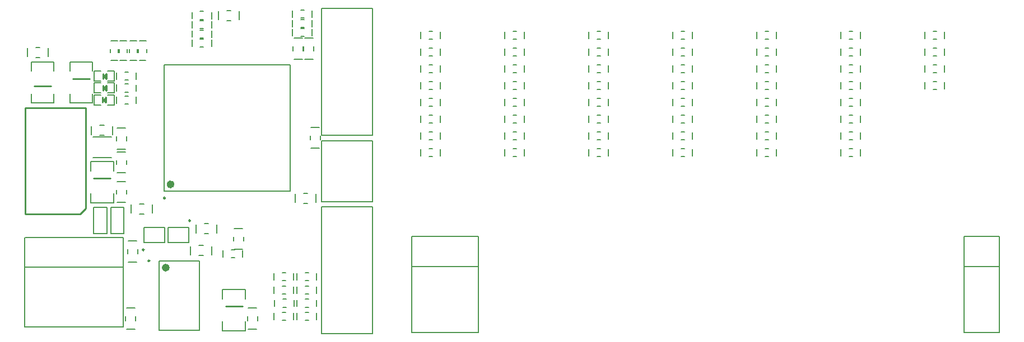
<source format=gto>
G04*
G04 #@! TF.GenerationSoftware,Altium Limited,Altium Designer,20.0.2 (26)*
G04*
G04 Layer_Color=439754*
%FSLAX44Y44*%
%MOMM*%
G71*
G01*
G75*
%ADD10C,0.2500*%
%ADD11C,0.6000*%
%ADD12C,0.1000*%
%ADD13C,0.1500*%
%ADD14C,0.2000*%
%ADD15C,0.2540*%
%ADD16C,0.1270*%
D10*
X917250Y496770D02*
G03*
X917250Y496770I-1250J0D01*
G01*
X885250Y418520D02*
G03*
X885250Y418520I-1250J0D01*
G01*
X955250Y462520D02*
G03*
X955250Y462520I-1250J0D01*
G01*
X893750Y401820D02*
G03*
X893750Y401820I-1250J0D01*
G01*
D11*
X928250Y517520D02*
G03*
X928250Y517520I-3000J0D01*
G01*
X921000Y391370D02*
G03*
X921000Y391370I-3000J0D01*
G01*
D12*
X805500Y583680D02*
G03*
X805500Y583680I-500J0D01*
G01*
D13*
X976300Y458140D02*
X982650D01*
X976300Y442900D02*
X982650D01*
X963600Y444170D02*
Y456870D01*
X995350Y444170D02*
Y456870D01*
X1153257Y291776D02*
X1230707D01*
X1153257Y483196D02*
X1153415Y483354D01*
X1230729Y483499D02*
X1230750Y483520D01*
X1153250Y483520D02*
X1153415Y483354D01*
X1153500Y483770D02*
X1230500D01*
X1153250Y483520D02*
X1153500Y483770D01*
X1153257Y291776D02*
Y483196D01*
X1230729Y291798D02*
Y483499D01*
X1110380Y719820D02*
Y726170D01*
X1125620Y719820D02*
Y726170D01*
X1111650Y707120D02*
X1124350D01*
X1111650Y738870D02*
X1124350D01*
X1128962Y371520D02*
X1133962D01*
X1128962Y383520D02*
X1133962D01*
X1146212Y372520D02*
Y382520D01*
X1116600Y372595D02*
Y382595D01*
X1128962Y351520D02*
X1133962D01*
X1128962Y363520D02*
X1133962D01*
X1146212Y352520D02*
Y362520D01*
X1116600Y352595D02*
Y362595D01*
X1128962Y331520D02*
X1133962D01*
X1128962Y343520D02*
X1133962D01*
X1146212Y332520D02*
Y342520D01*
X1116600Y332595D02*
Y342595D01*
X1128962Y311520D02*
X1133962D01*
X1128962Y323520D02*
X1133962D01*
X1146212Y312520D02*
Y322520D01*
X1116600Y312595D02*
Y322595D01*
X1081638Y372595D02*
Y382595D01*
X1111250Y372520D02*
Y382520D01*
X1094000Y383520D02*
X1099000D01*
X1094000Y371520D02*
X1099000D01*
X1081638Y352595D02*
Y362595D01*
X1111250Y352520D02*
Y362520D01*
X1094000Y363520D02*
X1099000D01*
X1094000Y351520D02*
X1099000D01*
X1082638Y332595D02*
Y342595D01*
X1112250Y332520D02*
Y342520D01*
X1095000Y343520D02*
X1100000D01*
X1095000Y331520D02*
X1100000D01*
X1081638Y312595D02*
Y322595D01*
X1111250Y312520D02*
Y322520D01*
X1094000Y323520D02*
X1099000D01*
X1094000Y311520D02*
X1099000D01*
X1126380Y719820D02*
Y726170D01*
X1141620Y719820D02*
Y726170D01*
X1127650Y707120D02*
X1140350D01*
X1127650Y738870D02*
X1140350D01*
X1021650Y450870D02*
X1034350D01*
X1021650Y419120D02*
X1034350D01*
X1035620Y431820D02*
Y438170D01*
X1020380Y431820D02*
Y438170D01*
X1151620Y584870D02*
Y591220D01*
X1136380Y584870D02*
Y591220D01*
X1137650Y603920D02*
X1150350D01*
X1137650Y572170D02*
X1150350D01*
X1126350Y488900D02*
X1132700D01*
X1126350Y504140D02*
X1132700D01*
X1145400Y490170D02*
Y502870D01*
X1113650Y490170D02*
Y502870D01*
X1010350Y765900D02*
X1016700D01*
X1010350Y781140D02*
X1016700D01*
X1029400Y767170D02*
Y779870D01*
X997650Y767170D02*
Y779870D01*
X865650Y474170D02*
Y486870D01*
X897400Y474170D02*
Y486870D01*
X878350Y488140D02*
X884700D01*
X878350Y472900D02*
X884700D01*
X860380Y412820D02*
Y419170D01*
X875620Y412820D02*
Y419170D01*
X861650Y400120D02*
X874350D01*
X861650Y431870D02*
X874350D01*
X844650Y602870D02*
X857350D01*
X844650Y571120D02*
X857350D01*
X858620Y583820D02*
Y590170D01*
X843380Y583820D02*
Y590170D01*
Y547820D02*
Y554170D01*
X858620Y547820D02*
Y554170D01*
X844650Y535120D02*
X857350D01*
X844650Y566870D02*
X857350D01*
X818350Y591900D02*
X824700D01*
X818350Y607140D02*
X824700D01*
X837400Y593170D02*
Y605870D01*
X805650Y593170D02*
Y605870D01*
X955650Y411170D02*
Y423870D01*
X987400Y411170D02*
Y423870D01*
X968350Y425140D02*
X974700D01*
X968350Y409900D02*
X974700D01*
X721350Y709900D02*
X727700D01*
X721350Y725140D02*
X727700D01*
X740400Y711170D02*
Y723870D01*
X708650Y711170D02*
Y723870D01*
X858650Y298170D02*
X871350D01*
X858650Y329920D02*
X871350D01*
X857380Y310870D02*
Y317220D01*
X872620Y310870D02*
Y317220D01*
X1042650Y298170D02*
X1055350D01*
X1042650Y329920D02*
X1055350D01*
X1041380Y310870D02*
Y317220D01*
X1056620Y310870D02*
Y317220D01*
X858620Y502870D02*
Y509220D01*
X843380Y502870D02*
Y509220D01*
X844650Y521920D02*
X857350D01*
X844650Y490170D02*
X857350D01*
X843638Y640595D02*
Y650595D01*
X873250Y640520D02*
Y650520D01*
X856000Y651520D02*
X861000D01*
X856000Y639520D02*
X861000D01*
X856000Y675520D02*
X861000D01*
X856000Y687520D02*
X861000D01*
X873250Y676520D02*
Y686520D01*
X843638Y676595D02*
Y686595D01*
Y658595D02*
Y668595D01*
X873250Y658520D02*
Y668520D01*
X856000Y669520D02*
X861000D01*
X856000Y657520D02*
X861000D01*
X957638Y740595D02*
Y750595D01*
X987250Y740520D02*
Y750520D01*
X970000Y751520D02*
X975000D01*
X970000Y739520D02*
X975000D01*
X970000Y725520D02*
X975000D01*
X970000Y737520D02*
X975000D01*
X987250Y726520D02*
Y736520D01*
X957638Y726595D02*
Y736595D01*
X1004638Y407595D02*
Y417595D01*
X1034250Y407520D02*
Y417520D01*
X1017000Y418520D02*
X1022000D01*
X1017000Y406520D02*
X1022000D01*
X987362Y754445D02*
Y764445D01*
X957750Y754520D02*
Y764520D01*
X970000Y753520D02*
X975000D01*
X970000Y765520D02*
X975000D01*
X970000Y779520D02*
X975000D01*
X970000Y767520D02*
X975000D01*
X957750Y768520D02*
Y778520D01*
X987362Y768445D02*
Y778445D01*
X1109638Y742595D02*
Y752595D01*
X1139250Y742520D02*
Y752520D01*
X1122000Y753520D02*
X1127000D01*
X1122000Y741520D02*
X1127000D01*
X1122000Y755520D02*
X1127000D01*
X1122000Y767520D02*
X1127000D01*
X1139250Y756520D02*
Y766520D01*
X1109638Y756595D02*
Y766595D01*
Y770595D02*
Y780595D01*
X1139250Y770520D02*
Y780520D01*
X1122000Y781520D02*
X1127000D01*
X1122000Y769520D02*
X1127000D01*
X2078000Y686920D02*
X2083000D01*
X2078000Y698920D02*
X2083000D01*
X2095250Y687920D02*
Y697920D01*
X2065638Y687995D02*
Y697995D01*
Y662595D02*
Y672595D01*
X2095250Y662520D02*
Y672520D01*
X2078000Y673520D02*
X2083000D01*
X2078000Y661520D02*
X2083000D01*
X2078000Y737720D02*
X2083000D01*
X2078000Y749720D02*
X2083000D01*
X2095250Y738720D02*
Y748720D01*
X2065638Y738795D02*
Y748795D01*
Y713395D02*
Y723395D01*
X2095250Y713320D02*
Y723320D01*
X2078000Y724320D02*
X2083000D01*
X2078000Y712320D02*
X2083000D01*
X1951000Y585320D02*
X1956000D01*
X1951000Y597320D02*
X1956000D01*
X1968250Y586320D02*
Y596320D01*
X1938638Y586395D02*
Y596395D01*
Y560995D02*
Y570995D01*
X1968250Y560920D02*
Y570920D01*
X1951000Y571920D02*
X1956000D01*
X1951000Y559920D02*
X1956000D01*
X1951000Y636120D02*
X1956000D01*
X1951000Y648120D02*
X1956000D01*
X1968250Y637120D02*
Y647120D01*
X1938638Y637195D02*
Y647195D01*
Y611795D02*
Y621795D01*
X1968250Y611720D02*
Y621720D01*
X1951000Y622720D02*
X1956000D01*
X1951000Y610720D02*
X1956000D01*
X1951000Y686920D02*
X1956000D01*
X1951000Y698920D02*
X1956000D01*
X1968250Y687920D02*
Y697920D01*
X1938638Y687995D02*
Y697995D01*
Y662595D02*
Y672595D01*
X1968250Y662520D02*
Y672520D01*
X1951000Y673520D02*
X1956000D01*
X1951000Y661520D02*
X1956000D01*
X1951000Y737720D02*
X1956000D01*
X1951000Y749720D02*
X1956000D01*
X1968250Y738720D02*
Y748720D01*
X1938638Y738795D02*
Y748795D01*
Y713395D02*
Y723395D01*
X1968250Y713320D02*
Y723320D01*
X1951000Y724320D02*
X1956000D01*
X1951000Y712320D02*
X1956000D01*
X1824000Y585320D02*
X1829000D01*
X1824000Y597320D02*
X1829000D01*
X1841250Y586320D02*
Y596320D01*
X1811638Y586395D02*
Y596395D01*
Y560995D02*
Y570995D01*
X1841250Y560920D02*
Y570920D01*
X1824000Y571920D02*
X1829000D01*
X1824000Y559920D02*
X1829000D01*
X1824000Y636120D02*
X1829000D01*
X1824000Y648120D02*
X1829000D01*
X1841250Y637120D02*
Y647120D01*
X1811638Y637195D02*
Y647195D01*
Y611795D02*
Y621795D01*
X1841250Y611720D02*
Y621720D01*
X1824000Y622720D02*
X1829000D01*
X1824000Y610720D02*
X1829000D01*
X1824000Y686920D02*
X1829000D01*
X1824000Y698920D02*
X1829000D01*
X1841250Y687920D02*
Y697920D01*
X1811638Y687995D02*
Y697995D01*
Y662595D02*
Y672595D01*
X1841250Y662520D02*
Y672520D01*
X1824000Y673520D02*
X1829000D01*
X1824000Y661520D02*
X1829000D01*
X1824000Y737720D02*
X1829000D01*
X1824000Y749720D02*
X1829000D01*
X1841250Y738720D02*
Y748720D01*
X1811638Y738795D02*
Y748795D01*
Y713395D02*
Y723395D01*
X1841250Y713320D02*
Y723320D01*
X1824000Y724320D02*
X1829000D01*
X1824000Y712320D02*
X1829000D01*
X1697000Y585320D02*
X1702000D01*
X1697000Y597320D02*
X1702000D01*
X1714250Y586320D02*
Y596320D01*
X1684638Y586395D02*
Y596395D01*
Y560995D02*
Y570995D01*
X1714250Y560920D02*
Y570920D01*
X1697000Y571920D02*
X1702000D01*
X1697000Y559920D02*
X1702000D01*
X1697000Y636120D02*
X1702000D01*
X1697000Y648120D02*
X1702000D01*
X1714250Y637120D02*
Y647120D01*
X1684638Y637195D02*
Y647195D01*
Y611795D02*
Y621795D01*
X1714250Y611720D02*
Y621720D01*
X1697000Y622720D02*
X1702000D01*
X1697000Y610720D02*
X1702000D01*
X1697000Y686920D02*
X1702000D01*
X1697000Y698920D02*
X1702000D01*
X1714250Y687920D02*
Y697920D01*
X1684638Y687995D02*
Y697995D01*
Y662595D02*
Y672595D01*
X1714250Y662520D02*
Y672520D01*
X1697000Y673520D02*
X1702000D01*
X1697000Y661520D02*
X1702000D01*
X1697000Y737720D02*
X1702000D01*
X1697000Y749720D02*
X1702000D01*
X1714250Y738720D02*
Y748720D01*
X1684638Y738795D02*
Y748795D01*
Y713395D02*
Y723395D01*
X1714250Y713320D02*
Y723320D01*
X1697000Y724320D02*
X1702000D01*
X1697000Y712320D02*
X1702000D01*
X1570000Y585320D02*
X1575000D01*
X1570000Y597320D02*
X1575000D01*
X1587250Y586320D02*
Y596320D01*
X1557638Y586395D02*
Y596395D01*
Y560995D02*
Y570995D01*
X1587250Y560920D02*
Y570920D01*
X1570000Y571920D02*
X1575000D01*
X1570000Y559920D02*
X1575000D01*
X1570000Y636120D02*
X1575000D01*
X1570000Y648120D02*
X1575000D01*
X1587250Y637120D02*
Y647120D01*
X1557638Y637195D02*
Y647195D01*
Y611795D02*
Y621795D01*
X1587250Y611720D02*
Y621720D01*
X1570000Y622720D02*
X1575000D01*
X1570000Y610720D02*
X1575000D01*
X1570000Y686920D02*
X1575000D01*
X1570000Y698920D02*
X1575000D01*
X1587250Y687920D02*
Y697920D01*
X1557638Y687995D02*
Y697995D01*
Y662595D02*
Y672595D01*
X1587250Y662520D02*
Y672520D01*
X1570000Y673520D02*
X1575000D01*
X1570000Y661520D02*
X1575000D01*
X1570000Y737720D02*
X1575000D01*
X1570000Y749720D02*
X1575000D01*
X1587250Y738720D02*
Y748720D01*
X1557638Y738795D02*
Y748795D01*
Y713395D02*
Y723395D01*
X1587250Y713320D02*
Y723320D01*
X1570000Y724320D02*
X1575000D01*
X1570000Y712320D02*
X1575000D01*
X1443000Y585320D02*
X1448000D01*
X1443000Y597320D02*
X1448000D01*
X1460250Y586320D02*
Y596320D01*
X1430638Y586395D02*
Y596395D01*
Y560995D02*
Y570995D01*
X1460250Y560920D02*
Y570920D01*
X1443000Y571920D02*
X1448000D01*
X1443000Y559920D02*
X1448000D01*
X1443000Y636120D02*
X1448000D01*
X1443000Y648120D02*
X1448000D01*
X1460250Y637120D02*
Y647120D01*
X1430638Y637195D02*
Y647195D01*
Y611795D02*
Y621795D01*
X1460250Y611720D02*
Y621720D01*
X1443000Y622720D02*
X1448000D01*
X1443000Y610720D02*
X1448000D01*
X1443000Y686920D02*
X1448000D01*
X1443000Y698920D02*
X1448000D01*
X1460250Y687920D02*
Y697920D01*
X1430638Y687995D02*
Y697995D01*
Y662595D02*
Y672595D01*
X1460250Y662520D02*
Y672520D01*
X1443000Y673520D02*
X1448000D01*
X1443000Y661520D02*
X1448000D01*
X1443000Y737720D02*
X1448000D01*
X1443000Y749720D02*
X1448000D01*
X1460250Y738720D02*
Y748720D01*
X1430638Y738795D02*
Y748795D01*
Y713395D02*
Y723395D01*
X1460250Y713320D02*
Y723320D01*
X1443000Y724320D02*
X1448000D01*
X1443000Y712320D02*
X1448000D01*
X1316000Y585320D02*
X1321000D01*
X1316000Y597320D02*
X1321000D01*
X1333250Y586320D02*
Y596320D01*
X1303638Y586395D02*
Y596395D01*
Y560995D02*
Y570995D01*
X1333250Y560920D02*
Y570920D01*
X1316000Y571920D02*
X1321000D01*
X1316000Y559920D02*
X1321000D01*
X1316000Y636120D02*
X1321000D01*
X1316000Y648120D02*
X1321000D01*
X1333250Y637120D02*
Y647120D01*
X1303638Y637195D02*
Y647195D01*
Y611795D02*
Y621795D01*
X1333250Y611720D02*
Y621720D01*
X1316000Y622720D02*
X1321000D01*
X1316000Y610720D02*
X1321000D01*
X1316000Y686920D02*
X1321000D01*
X1316000Y698920D02*
X1321000D01*
X1333250Y687920D02*
Y697920D01*
X1303638Y687995D02*
Y697995D01*
Y662595D02*
Y672595D01*
X1333250Y662520D02*
Y672520D01*
X1316000Y673520D02*
X1321000D01*
X1316000Y661520D02*
X1321000D01*
X1316000Y737720D02*
X1321000D01*
X1316000Y749720D02*
X1321000D01*
X1333250Y738720D02*
Y748720D01*
X1303638Y738795D02*
Y748795D01*
Y713395D02*
Y723395D01*
X1333250Y713320D02*
Y723320D01*
X1316000Y724320D02*
X1321000D01*
X1316000Y712320D02*
X1321000D01*
X834000Y717520D02*
Y722520D01*
X846000Y717520D02*
Y722520D01*
X835000Y705270D02*
X845000D01*
X835075Y734882D02*
X845075D01*
X849075Y734882D02*
X859075D01*
X849000Y705270D02*
X859000D01*
X860000Y717520D02*
Y722520D01*
X848000Y717520D02*
Y722520D01*
X863000Y717520D02*
Y722520D01*
X875000Y717520D02*
Y722520D01*
X864000Y705270D02*
X874000D01*
X864075Y734882D02*
X874075D01*
X878075D02*
X888075D01*
X878000Y705270D02*
X888000D01*
X889000Y717520D02*
Y722520D01*
X877000Y717520D02*
Y722520D01*
X705094Y373523D02*
X705110Y373539D01*
X705100Y373550D02*
X705110Y373539D01*
X705138Y392177D02*
X710169D01*
X854100Y301170D02*
Y397208D01*
Y437170D01*
X705094Y301165D02*
Y373523D01*
X705100Y373550D02*
Y377170D01*
X710169Y392177D02*
X853543D01*
X705100Y377170D02*
Y397170D01*
Y301170D02*
X854100D01*
X705315Y437118D02*
X853529D01*
X705100Y397170D02*
Y437170D01*
X829000Y442520D02*
Y482520D01*
X808928Y442559D02*
X821545D01*
X821596Y442520D02*
X829000D01*
X821590Y442514D02*
X821596Y442520D01*
X821545Y442559D02*
X821590Y442514D01*
X808928Y482520D02*
X829000D01*
X808928Y482519D02*
X808928Y482520D01*
X808928Y442559D02*
Y482519D01*
X855000Y442520D02*
Y482520D01*
X834928Y442559D02*
X847545D01*
X847596Y442520D02*
X855000D01*
X847590Y442514D02*
X847596Y442520D01*
X847545Y442559D02*
X847590Y442514D01*
X834928Y482520D02*
X855000D01*
X834928Y482519D02*
X834928Y482520D01*
X834928Y442559D02*
Y482519D01*
X1153493Y583770D02*
X1230493D01*
X1153250Y491286D02*
X1230728D01*
X1230743Y491270D02*
Y583520D01*
X1230728Y491286D02*
X1230743Y491270D01*
X1153250Y491286D02*
Y583526D01*
X1390300Y292920D02*
Y392920D01*
X1290565Y292796D02*
X1390176D01*
X1290080Y292920D02*
Y392920D01*
X1290051Y392770D02*
X1390150D01*
X1290139Y438320D02*
X1307702D01*
X1290080Y392920D02*
Y438320D01*
X1390300Y392920D02*
Y438320D01*
X1307800D02*
X1390300D01*
X1390150Y392770D02*
X1390300Y392920D01*
X1390176Y292796D02*
X1390300Y292920D01*
X2124980Y292796D02*
X2177576D01*
X2124980Y438320D02*
X2177700D01*
X2124980Y392770D02*
X2177550D01*
X2177700Y292920D02*
Y392920D01*
X2124980Y292920D02*
Y392920D01*
Y438320D01*
X2177700Y392920D02*
Y438320D01*
X2177550Y392770D02*
X2177700Y392920D01*
X2177576Y292796D02*
X2177700Y292920D01*
X1153257Y591776D02*
X1230707D01*
X1153257Y783196D02*
X1153415Y783354D01*
X1230729Y783499D02*
X1230750Y783520D01*
X1153250Y783520D02*
X1153415Y783354D01*
X1153500Y783770D02*
X1230500D01*
X1153250Y783520D02*
X1153500Y783770D01*
X1153257Y591776D02*
Y783196D01*
X1230729Y591797D02*
Y783499D01*
D14*
X915250Y507520D02*
X1106250D01*
X915250Y698520D02*
X1106250D01*
X915250Y507520D02*
Y698520D01*
X1106250Y507520D02*
Y698520D01*
X749000Y689080D02*
Y703050D01*
X715000Y689080D02*
Y703050D01*
X749000D01*
X715000Y640820D02*
Y654790D01*
X749000Y640820D02*
Y654790D01*
X715000Y640820D02*
X749000D01*
X773000D02*
Y654790D01*
X807000Y640820D02*
Y654790D01*
X773000Y640820D02*
X807000D01*
Y689080D02*
Y703050D01*
X773000Y689080D02*
Y703050D01*
X807000D01*
X805000Y489820D02*
Y503790D01*
X839000Y489820D02*
Y503790D01*
X805000Y489820D02*
X839000D01*
Y538080D02*
Y552050D01*
X805000Y538080D02*
Y552050D01*
X839000D01*
X1004000Y295820D02*
Y309790D01*
X1038000Y295820D02*
Y309790D01*
X1004000Y295820D02*
X1038000D01*
Y344080D02*
Y358050D01*
X1004000Y344080D02*
Y358050D01*
X1038000D01*
X808000Y589270D02*
X836000D01*
X808000Y557770D02*
X836000D01*
X916500Y429020D02*
Y452020D01*
X885500Y429020D02*
Y452020D01*
X916500D01*
X885500Y429020D02*
X916500D01*
X921500Y429020D02*
Y452020D01*
X952500Y429020D02*
Y452020D01*
X921500Y429020D02*
X952500D01*
X921500Y452020D02*
X952500D01*
X908000Y296370D02*
Y401370D01*
X968500Y296370D02*
Y401370D01*
X908000D02*
X968500D01*
X908000Y296370D02*
X968500D01*
D15*
X719300Y666220D02*
X744700D01*
X777300Y677650D02*
X802700D01*
X809300Y526650D02*
X834700D01*
X1008300Y332650D02*
X1033700D01*
X706000Y472520D02*
Y633520D01*
X788000D01*
X797000Y624520D02*
Y633520D01*
X788000D02*
X797000D01*
X706000Y472520D02*
X788680D01*
X797000Y480840D02*
Y624520D01*
X788680Y472520D02*
X797000Y480840D01*
X828030Y677710D02*
Y681520D01*
X824220D02*
X828030Y685330D01*
X824220Y681520D02*
X828030Y677710D01*
Y681520D02*
Y685330D01*
X822950Y677710D02*
Y685330D01*
X825456Y681464D02*
X827996D01*
X827710Y641710D02*
Y645520D01*
X823900D02*
X827710Y649330D01*
X823900Y645520D02*
X827710Y641710D01*
Y645520D02*
Y649330D01*
X822630Y641710D02*
Y649330D01*
X825136Y645464D02*
X827676D01*
X828030Y659710D02*
Y663520D01*
X824220D02*
X828030Y667330D01*
X824220Y663520D02*
X828030Y659710D01*
Y663520D02*
Y667330D01*
X822950Y659710D02*
Y667330D01*
X825456Y663464D02*
X827996D01*
D16*
X809920Y673900D02*
Y689140D01*
X840400Y673900D02*
Y689140D01*
X830240D02*
X840400D01*
X809920Y673900D02*
X820080D01*
X830240D02*
X840400D01*
X809920Y689140D02*
X820080D01*
X809600Y637900D02*
Y653140D01*
X840080Y637900D02*
Y653140D01*
X829920D02*
X840080D01*
X809600Y637900D02*
X819760D01*
X829920D02*
X840080D01*
X809600Y653140D02*
X819760D01*
X809920Y655900D02*
Y671140D01*
X840400Y655900D02*
Y671140D01*
X830240D02*
X840400D01*
X809920Y655900D02*
X820080D01*
X830240D02*
X840400D01*
X809920Y671140D02*
X820080D01*
M02*

</source>
